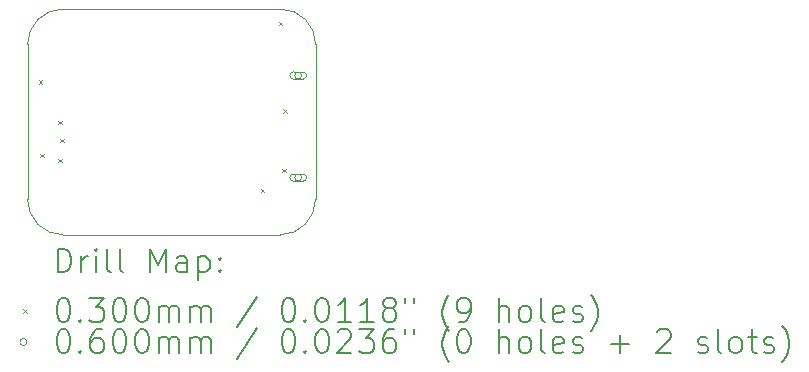
<source format=gbr>
%TF.GenerationSoftware,KiCad,Pcbnew,8.0.3*%
%TF.CreationDate,2025-03-25T09:51:54-05:00*%
%TF.ProjectId,HearingAid_ESP,48656172-696e-4674-9169-645f4553502e,rev?*%
%TF.SameCoordinates,Original*%
%TF.FileFunction,Drillmap*%
%TF.FilePolarity,Positive*%
%FSLAX45Y45*%
G04 Gerber Fmt 4.5, Leading zero omitted, Abs format (unit mm)*
G04 Created by KiCad (PCBNEW 8.0.3) date 2025-03-25 09:51:54*
%MOMM*%
%LPD*%
G01*
G04 APERTURE LIST*
%ADD10C,0.100000*%
%ADD11C,0.200000*%
G04 APERTURE END LIST*
D10*
X6007927Y-1691691D02*
X6007927Y-1691691D01*
G75*
G02*
X6307927Y-1991691I3J-299999D01*
G01*
X6306927Y-3303427D01*
G75*
G02*
X6006927Y-3603427I-300000J0D01*
G01*
X4167393Y-3602893D01*
G75*
G02*
X3868059Y-3303559I-3J299333D01*
G01*
X3868191Y-1991691D01*
G75*
G02*
X4168191Y-1691691I299999J1D01*
G01*
X6007927Y-1691691D01*
D11*
D10*
X3963000Y-2294000D02*
X3993000Y-2324000D01*
X3993000Y-2294000D02*
X3963000Y-2324000D01*
X3976000Y-2918000D02*
X4006000Y-2948000D01*
X4006000Y-2918000D02*
X3976000Y-2948000D01*
X4127000Y-2961000D02*
X4157000Y-2991000D01*
X4157000Y-2961000D02*
X4127000Y-2991000D01*
X4129000Y-2639000D02*
X4159000Y-2669000D01*
X4159000Y-2639000D02*
X4129000Y-2669000D01*
X4143000Y-2790000D02*
X4173000Y-2820000D01*
X4173000Y-2790000D02*
X4143000Y-2820000D01*
X5841000Y-3212000D02*
X5871000Y-3242000D01*
X5871000Y-3212000D02*
X5841000Y-3242000D01*
X5995073Y-1799926D02*
X6025073Y-1829926D01*
X6025073Y-1799926D02*
X5995073Y-1829926D01*
X6022611Y-3044000D02*
X6052611Y-3074000D01*
X6052611Y-3044000D02*
X6022611Y-3074000D01*
X6035000Y-2542000D02*
X6065000Y-2572000D01*
X6065000Y-2542000D02*
X6035000Y-2572000D01*
X6190000Y-2255000D02*
G75*
G02*
X6130000Y-2255000I-30000J0D01*
G01*
X6130000Y-2255000D02*
G75*
G02*
X6190000Y-2255000I30000J0D01*
G01*
X6120000Y-2285000D02*
X6200000Y-2285000D01*
X6200000Y-2225000D02*
G75*
G02*
X6200000Y-2285000I0J-30000D01*
G01*
X6200000Y-2225000D02*
X6120000Y-2225000D01*
X6120000Y-2225000D02*
G75*
G03*
X6120000Y-2285000I0J-30000D01*
G01*
X6190000Y-3119000D02*
G75*
G02*
X6130000Y-3119000I-30000J0D01*
G01*
X6130000Y-3119000D02*
G75*
G02*
X6190000Y-3119000I30000J0D01*
G01*
X6120000Y-3149000D02*
X6200000Y-3149000D01*
X6200000Y-3089000D02*
G75*
G02*
X6200000Y-3149000I0J-30000D01*
G01*
X6200000Y-3089000D02*
X6120000Y-3089000D01*
X6120000Y-3089000D02*
G75*
G03*
X6120000Y-3149000I0J-30000D01*
G01*
D11*
X4123836Y-3919911D02*
X4123836Y-3719911D01*
X4123836Y-3719911D02*
X4171455Y-3719911D01*
X4171455Y-3719911D02*
X4200026Y-3729435D01*
X4200026Y-3729435D02*
X4219074Y-3748482D01*
X4219074Y-3748482D02*
X4228598Y-3767530D01*
X4228598Y-3767530D02*
X4238121Y-3805625D01*
X4238121Y-3805625D02*
X4238121Y-3834197D01*
X4238121Y-3834197D02*
X4228598Y-3872292D01*
X4228598Y-3872292D02*
X4219074Y-3891339D01*
X4219074Y-3891339D02*
X4200026Y-3910387D01*
X4200026Y-3910387D02*
X4171455Y-3919911D01*
X4171455Y-3919911D02*
X4123836Y-3919911D01*
X4323836Y-3919911D02*
X4323836Y-3786578D01*
X4323836Y-3824673D02*
X4333360Y-3805625D01*
X4333360Y-3805625D02*
X4342883Y-3796101D01*
X4342883Y-3796101D02*
X4361931Y-3786578D01*
X4361931Y-3786578D02*
X4380979Y-3786578D01*
X4447645Y-3919911D02*
X4447645Y-3786578D01*
X4447645Y-3719911D02*
X4438121Y-3729435D01*
X4438121Y-3729435D02*
X4447645Y-3738959D01*
X4447645Y-3738959D02*
X4457169Y-3729435D01*
X4457169Y-3729435D02*
X4447645Y-3719911D01*
X4447645Y-3719911D02*
X4447645Y-3738959D01*
X4571455Y-3919911D02*
X4552407Y-3910387D01*
X4552407Y-3910387D02*
X4542883Y-3891339D01*
X4542883Y-3891339D02*
X4542883Y-3719911D01*
X4676217Y-3919911D02*
X4657169Y-3910387D01*
X4657169Y-3910387D02*
X4647645Y-3891339D01*
X4647645Y-3891339D02*
X4647645Y-3719911D01*
X4904788Y-3919911D02*
X4904788Y-3719911D01*
X4904788Y-3719911D02*
X4971455Y-3862768D01*
X4971455Y-3862768D02*
X5038121Y-3719911D01*
X5038121Y-3719911D02*
X5038121Y-3919911D01*
X5219074Y-3919911D02*
X5219074Y-3815149D01*
X5219074Y-3815149D02*
X5209550Y-3796101D01*
X5209550Y-3796101D02*
X5190502Y-3786578D01*
X5190502Y-3786578D02*
X5152407Y-3786578D01*
X5152407Y-3786578D02*
X5133360Y-3796101D01*
X5219074Y-3910387D02*
X5200026Y-3919911D01*
X5200026Y-3919911D02*
X5152407Y-3919911D01*
X5152407Y-3919911D02*
X5133360Y-3910387D01*
X5133360Y-3910387D02*
X5123836Y-3891339D01*
X5123836Y-3891339D02*
X5123836Y-3872292D01*
X5123836Y-3872292D02*
X5133360Y-3853244D01*
X5133360Y-3853244D02*
X5152407Y-3843720D01*
X5152407Y-3843720D02*
X5200026Y-3843720D01*
X5200026Y-3843720D02*
X5219074Y-3834197D01*
X5314312Y-3786578D02*
X5314312Y-3986578D01*
X5314312Y-3796101D02*
X5333360Y-3786578D01*
X5333360Y-3786578D02*
X5371455Y-3786578D01*
X5371455Y-3786578D02*
X5390502Y-3796101D01*
X5390502Y-3796101D02*
X5400026Y-3805625D01*
X5400026Y-3805625D02*
X5409550Y-3824673D01*
X5409550Y-3824673D02*
X5409550Y-3881816D01*
X5409550Y-3881816D02*
X5400026Y-3900863D01*
X5400026Y-3900863D02*
X5390502Y-3910387D01*
X5390502Y-3910387D02*
X5371455Y-3919911D01*
X5371455Y-3919911D02*
X5333360Y-3919911D01*
X5333360Y-3919911D02*
X5314312Y-3910387D01*
X5495264Y-3900863D02*
X5504788Y-3910387D01*
X5504788Y-3910387D02*
X5495264Y-3919911D01*
X5495264Y-3919911D02*
X5485741Y-3910387D01*
X5485741Y-3910387D02*
X5495264Y-3900863D01*
X5495264Y-3900863D02*
X5495264Y-3919911D01*
X5495264Y-3796101D02*
X5504788Y-3805625D01*
X5504788Y-3805625D02*
X5495264Y-3815149D01*
X5495264Y-3815149D02*
X5485741Y-3805625D01*
X5485741Y-3805625D02*
X5495264Y-3796101D01*
X5495264Y-3796101D02*
X5495264Y-3815149D01*
D10*
X3833059Y-4233427D02*
X3863059Y-4263427D01*
X3863059Y-4233427D02*
X3833059Y-4263427D01*
D11*
X4161931Y-4139911D02*
X4180979Y-4139911D01*
X4180979Y-4139911D02*
X4200026Y-4149435D01*
X4200026Y-4149435D02*
X4209550Y-4158959D01*
X4209550Y-4158959D02*
X4219074Y-4178006D01*
X4219074Y-4178006D02*
X4228598Y-4216101D01*
X4228598Y-4216101D02*
X4228598Y-4263721D01*
X4228598Y-4263721D02*
X4219074Y-4301816D01*
X4219074Y-4301816D02*
X4209550Y-4320863D01*
X4209550Y-4320863D02*
X4200026Y-4330387D01*
X4200026Y-4330387D02*
X4180979Y-4339911D01*
X4180979Y-4339911D02*
X4161931Y-4339911D01*
X4161931Y-4339911D02*
X4142883Y-4330387D01*
X4142883Y-4330387D02*
X4133359Y-4320863D01*
X4133359Y-4320863D02*
X4123836Y-4301816D01*
X4123836Y-4301816D02*
X4114312Y-4263721D01*
X4114312Y-4263721D02*
X4114312Y-4216101D01*
X4114312Y-4216101D02*
X4123836Y-4178006D01*
X4123836Y-4178006D02*
X4133359Y-4158959D01*
X4133359Y-4158959D02*
X4142883Y-4149435D01*
X4142883Y-4149435D02*
X4161931Y-4139911D01*
X4314312Y-4320863D02*
X4323836Y-4330387D01*
X4323836Y-4330387D02*
X4314312Y-4339911D01*
X4314312Y-4339911D02*
X4304788Y-4330387D01*
X4304788Y-4330387D02*
X4314312Y-4320863D01*
X4314312Y-4320863D02*
X4314312Y-4339911D01*
X4390502Y-4139911D02*
X4514312Y-4139911D01*
X4514312Y-4139911D02*
X4447645Y-4216101D01*
X4447645Y-4216101D02*
X4476217Y-4216101D01*
X4476217Y-4216101D02*
X4495264Y-4225625D01*
X4495264Y-4225625D02*
X4504788Y-4235149D01*
X4504788Y-4235149D02*
X4514312Y-4254197D01*
X4514312Y-4254197D02*
X4514312Y-4301816D01*
X4514312Y-4301816D02*
X4504788Y-4320863D01*
X4504788Y-4320863D02*
X4495264Y-4330387D01*
X4495264Y-4330387D02*
X4476217Y-4339911D01*
X4476217Y-4339911D02*
X4419074Y-4339911D01*
X4419074Y-4339911D02*
X4400026Y-4330387D01*
X4400026Y-4330387D02*
X4390502Y-4320863D01*
X4638121Y-4139911D02*
X4657169Y-4139911D01*
X4657169Y-4139911D02*
X4676217Y-4149435D01*
X4676217Y-4149435D02*
X4685741Y-4158959D01*
X4685741Y-4158959D02*
X4695264Y-4178006D01*
X4695264Y-4178006D02*
X4704788Y-4216101D01*
X4704788Y-4216101D02*
X4704788Y-4263721D01*
X4704788Y-4263721D02*
X4695264Y-4301816D01*
X4695264Y-4301816D02*
X4685741Y-4320863D01*
X4685741Y-4320863D02*
X4676217Y-4330387D01*
X4676217Y-4330387D02*
X4657169Y-4339911D01*
X4657169Y-4339911D02*
X4638121Y-4339911D01*
X4638121Y-4339911D02*
X4619074Y-4330387D01*
X4619074Y-4330387D02*
X4609550Y-4320863D01*
X4609550Y-4320863D02*
X4600026Y-4301816D01*
X4600026Y-4301816D02*
X4590502Y-4263721D01*
X4590502Y-4263721D02*
X4590502Y-4216101D01*
X4590502Y-4216101D02*
X4600026Y-4178006D01*
X4600026Y-4178006D02*
X4609550Y-4158959D01*
X4609550Y-4158959D02*
X4619074Y-4149435D01*
X4619074Y-4149435D02*
X4638121Y-4139911D01*
X4828598Y-4139911D02*
X4847645Y-4139911D01*
X4847645Y-4139911D02*
X4866693Y-4149435D01*
X4866693Y-4149435D02*
X4876217Y-4158959D01*
X4876217Y-4158959D02*
X4885741Y-4178006D01*
X4885741Y-4178006D02*
X4895264Y-4216101D01*
X4895264Y-4216101D02*
X4895264Y-4263721D01*
X4895264Y-4263721D02*
X4885741Y-4301816D01*
X4885741Y-4301816D02*
X4876217Y-4320863D01*
X4876217Y-4320863D02*
X4866693Y-4330387D01*
X4866693Y-4330387D02*
X4847645Y-4339911D01*
X4847645Y-4339911D02*
X4828598Y-4339911D01*
X4828598Y-4339911D02*
X4809550Y-4330387D01*
X4809550Y-4330387D02*
X4800026Y-4320863D01*
X4800026Y-4320863D02*
X4790502Y-4301816D01*
X4790502Y-4301816D02*
X4780979Y-4263721D01*
X4780979Y-4263721D02*
X4780979Y-4216101D01*
X4780979Y-4216101D02*
X4790502Y-4178006D01*
X4790502Y-4178006D02*
X4800026Y-4158959D01*
X4800026Y-4158959D02*
X4809550Y-4149435D01*
X4809550Y-4149435D02*
X4828598Y-4139911D01*
X4980979Y-4339911D02*
X4980979Y-4206578D01*
X4980979Y-4225625D02*
X4990502Y-4216101D01*
X4990502Y-4216101D02*
X5009550Y-4206578D01*
X5009550Y-4206578D02*
X5038122Y-4206578D01*
X5038122Y-4206578D02*
X5057169Y-4216101D01*
X5057169Y-4216101D02*
X5066693Y-4235149D01*
X5066693Y-4235149D02*
X5066693Y-4339911D01*
X5066693Y-4235149D02*
X5076217Y-4216101D01*
X5076217Y-4216101D02*
X5095264Y-4206578D01*
X5095264Y-4206578D02*
X5123836Y-4206578D01*
X5123836Y-4206578D02*
X5142883Y-4216101D01*
X5142883Y-4216101D02*
X5152407Y-4235149D01*
X5152407Y-4235149D02*
X5152407Y-4339911D01*
X5247645Y-4339911D02*
X5247645Y-4206578D01*
X5247645Y-4225625D02*
X5257169Y-4216101D01*
X5257169Y-4216101D02*
X5276217Y-4206578D01*
X5276217Y-4206578D02*
X5304788Y-4206578D01*
X5304788Y-4206578D02*
X5323836Y-4216101D01*
X5323836Y-4216101D02*
X5333360Y-4235149D01*
X5333360Y-4235149D02*
X5333360Y-4339911D01*
X5333360Y-4235149D02*
X5342883Y-4216101D01*
X5342883Y-4216101D02*
X5361931Y-4206578D01*
X5361931Y-4206578D02*
X5390502Y-4206578D01*
X5390502Y-4206578D02*
X5409550Y-4216101D01*
X5409550Y-4216101D02*
X5419074Y-4235149D01*
X5419074Y-4235149D02*
X5419074Y-4339911D01*
X5809550Y-4130387D02*
X5638122Y-4387530D01*
X6066693Y-4139911D02*
X6085741Y-4139911D01*
X6085741Y-4139911D02*
X6104788Y-4149435D01*
X6104788Y-4149435D02*
X6114312Y-4158959D01*
X6114312Y-4158959D02*
X6123836Y-4178006D01*
X6123836Y-4178006D02*
X6133360Y-4216101D01*
X6133360Y-4216101D02*
X6133360Y-4263721D01*
X6133360Y-4263721D02*
X6123836Y-4301816D01*
X6123836Y-4301816D02*
X6114312Y-4320863D01*
X6114312Y-4320863D02*
X6104788Y-4330387D01*
X6104788Y-4330387D02*
X6085741Y-4339911D01*
X6085741Y-4339911D02*
X6066693Y-4339911D01*
X6066693Y-4339911D02*
X6047645Y-4330387D01*
X6047645Y-4330387D02*
X6038122Y-4320863D01*
X6038122Y-4320863D02*
X6028598Y-4301816D01*
X6028598Y-4301816D02*
X6019074Y-4263721D01*
X6019074Y-4263721D02*
X6019074Y-4216101D01*
X6019074Y-4216101D02*
X6028598Y-4178006D01*
X6028598Y-4178006D02*
X6038122Y-4158959D01*
X6038122Y-4158959D02*
X6047645Y-4149435D01*
X6047645Y-4149435D02*
X6066693Y-4139911D01*
X6219074Y-4320863D02*
X6228598Y-4330387D01*
X6228598Y-4330387D02*
X6219074Y-4339911D01*
X6219074Y-4339911D02*
X6209550Y-4330387D01*
X6209550Y-4330387D02*
X6219074Y-4320863D01*
X6219074Y-4320863D02*
X6219074Y-4339911D01*
X6352407Y-4139911D02*
X6371455Y-4139911D01*
X6371455Y-4139911D02*
X6390503Y-4149435D01*
X6390503Y-4149435D02*
X6400026Y-4158959D01*
X6400026Y-4158959D02*
X6409550Y-4178006D01*
X6409550Y-4178006D02*
X6419074Y-4216101D01*
X6419074Y-4216101D02*
X6419074Y-4263721D01*
X6419074Y-4263721D02*
X6409550Y-4301816D01*
X6409550Y-4301816D02*
X6400026Y-4320863D01*
X6400026Y-4320863D02*
X6390503Y-4330387D01*
X6390503Y-4330387D02*
X6371455Y-4339911D01*
X6371455Y-4339911D02*
X6352407Y-4339911D01*
X6352407Y-4339911D02*
X6333360Y-4330387D01*
X6333360Y-4330387D02*
X6323836Y-4320863D01*
X6323836Y-4320863D02*
X6314312Y-4301816D01*
X6314312Y-4301816D02*
X6304788Y-4263721D01*
X6304788Y-4263721D02*
X6304788Y-4216101D01*
X6304788Y-4216101D02*
X6314312Y-4178006D01*
X6314312Y-4178006D02*
X6323836Y-4158959D01*
X6323836Y-4158959D02*
X6333360Y-4149435D01*
X6333360Y-4149435D02*
X6352407Y-4139911D01*
X6609550Y-4339911D02*
X6495264Y-4339911D01*
X6552407Y-4339911D02*
X6552407Y-4139911D01*
X6552407Y-4139911D02*
X6533360Y-4168482D01*
X6533360Y-4168482D02*
X6514312Y-4187530D01*
X6514312Y-4187530D02*
X6495264Y-4197054D01*
X6800026Y-4339911D02*
X6685741Y-4339911D01*
X6742883Y-4339911D02*
X6742883Y-4139911D01*
X6742883Y-4139911D02*
X6723836Y-4168482D01*
X6723836Y-4168482D02*
X6704788Y-4187530D01*
X6704788Y-4187530D02*
X6685741Y-4197054D01*
X6914312Y-4225625D02*
X6895264Y-4216101D01*
X6895264Y-4216101D02*
X6885741Y-4206578D01*
X6885741Y-4206578D02*
X6876217Y-4187530D01*
X6876217Y-4187530D02*
X6876217Y-4178006D01*
X6876217Y-4178006D02*
X6885741Y-4158959D01*
X6885741Y-4158959D02*
X6895264Y-4149435D01*
X6895264Y-4149435D02*
X6914312Y-4139911D01*
X6914312Y-4139911D02*
X6952407Y-4139911D01*
X6952407Y-4139911D02*
X6971455Y-4149435D01*
X6971455Y-4149435D02*
X6980979Y-4158959D01*
X6980979Y-4158959D02*
X6990503Y-4178006D01*
X6990503Y-4178006D02*
X6990503Y-4187530D01*
X6990503Y-4187530D02*
X6980979Y-4206578D01*
X6980979Y-4206578D02*
X6971455Y-4216101D01*
X6971455Y-4216101D02*
X6952407Y-4225625D01*
X6952407Y-4225625D02*
X6914312Y-4225625D01*
X6914312Y-4225625D02*
X6895264Y-4235149D01*
X6895264Y-4235149D02*
X6885741Y-4244673D01*
X6885741Y-4244673D02*
X6876217Y-4263721D01*
X6876217Y-4263721D02*
X6876217Y-4301816D01*
X6876217Y-4301816D02*
X6885741Y-4320863D01*
X6885741Y-4320863D02*
X6895264Y-4330387D01*
X6895264Y-4330387D02*
X6914312Y-4339911D01*
X6914312Y-4339911D02*
X6952407Y-4339911D01*
X6952407Y-4339911D02*
X6971455Y-4330387D01*
X6971455Y-4330387D02*
X6980979Y-4320863D01*
X6980979Y-4320863D02*
X6990503Y-4301816D01*
X6990503Y-4301816D02*
X6990503Y-4263721D01*
X6990503Y-4263721D02*
X6980979Y-4244673D01*
X6980979Y-4244673D02*
X6971455Y-4235149D01*
X6971455Y-4235149D02*
X6952407Y-4225625D01*
X7066693Y-4139911D02*
X7066693Y-4178006D01*
X7142884Y-4139911D02*
X7142884Y-4178006D01*
X7438122Y-4416101D02*
X7428598Y-4406578D01*
X7428598Y-4406578D02*
X7409550Y-4378006D01*
X7409550Y-4378006D02*
X7400026Y-4358959D01*
X7400026Y-4358959D02*
X7390503Y-4330387D01*
X7390503Y-4330387D02*
X7380979Y-4282768D01*
X7380979Y-4282768D02*
X7380979Y-4244673D01*
X7380979Y-4244673D02*
X7390503Y-4197054D01*
X7390503Y-4197054D02*
X7400026Y-4168482D01*
X7400026Y-4168482D02*
X7409550Y-4149435D01*
X7409550Y-4149435D02*
X7428598Y-4120863D01*
X7428598Y-4120863D02*
X7438122Y-4111339D01*
X7523836Y-4339911D02*
X7561931Y-4339911D01*
X7561931Y-4339911D02*
X7580979Y-4330387D01*
X7580979Y-4330387D02*
X7590503Y-4320863D01*
X7590503Y-4320863D02*
X7609550Y-4292292D01*
X7609550Y-4292292D02*
X7619074Y-4254197D01*
X7619074Y-4254197D02*
X7619074Y-4178006D01*
X7619074Y-4178006D02*
X7609550Y-4158959D01*
X7609550Y-4158959D02*
X7600026Y-4149435D01*
X7600026Y-4149435D02*
X7580979Y-4139911D01*
X7580979Y-4139911D02*
X7542884Y-4139911D01*
X7542884Y-4139911D02*
X7523836Y-4149435D01*
X7523836Y-4149435D02*
X7514312Y-4158959D01*
X7514312Y-4158959D02*
X7504788Y-4178006D01*
X7504788Y-4178006D02*
X7504788Y-4225625D01*
X7504788Y-4225625D02*
X7514312Y-4244673D01*
X7514312Y-4244673D02*
X7523836Y-4254197D01*
X7523836Y-4254197D02*
X7542884Y-4263721D01*
X7542884Y-4263721D02*
X7580979Y-4263721D01*
X7580979Y-4263721D02*
X7600026Y-4254197D01*
X7600026Y-4254197D02*
X7609550Y-4244673D01*
X7609550Y-4244673D02*
X7619074Y-4225625D01*
X7857169Y-4339911D02*
X7857169Y-4139911D01*
X7942884Y-4339911D02*
X7942884Y-4235149D01*
X7942884Y-4235149D02*
X7933360Y-4216101D01*
X7933360Y-4216101D02*
X7914312Y-4206578D01*
X7914312Y-4206578D02*
X7885741Y-4206578D01*
X7885741Y-4206578D02*
X7866693Y-4216101D01*
X7866693Y-4216101D02*
X7857169Y-4225625D01*
X8066693Y-4339911D02*
X8047646Y-4330387D01*
X8047646Y-4330387D02*
X8038122Y-4320863D01*
X8038122Y-4320863D02*
X8028598Y-4301816D01*
X8028598Y-4301816D02*
X8028598Y-4244673D01*
X8028598Y-4244673D02*
X8038122Y-4225625D01*
X8038122Y-4225625D02*
X8047646Y-4216101D01*
X8047646Y-4216101D02*
X8066693Y-4206578D01*
X8066693Y-4206578D02*
X8095265Y-4206578D01*
X8095265Y-4206578D02*
X8114312Y-4216101D01*
X8114312Y-4216101D02*
X8123836Y-4225625D01*
X8123836Y-4225625D02*
X8133360Y-4244673D01*
X8133360Y-4244673D02*
X8133360Y-4301816D01*
X8133360Y-4301816D02*
X8123836Y-4320863D01*
X8123836Y-4320863D02*
X8114312Y-4330387D01*
X8114312Y-4330387D02*
X8095265Y-4339911D01*
X8095265Y-4339911D02*
X8066693Y-4339911D01*
X8247646Y-4339911D02*
X8228598Y-4330387D01*
X8228598Y-4330387D02*
X8219074Y-4311340D01*
X8219074Y-4311340D02*
X8219074Y-4139911D01*
X8400027Y-4330387D02*
X8380979Y-4339911D01*
X8380979Y-4339911D02*
X8342884Y-4339911D01*
X8342884Y-4339911D02*
X8323836Y-4330387D01*
X8323836Y-4330387D02*
X8314312Y-4311340D01*
X8314312Y-4311340D02*
X8314312Y-4235149D01*
X8314312Y-4235149D02*
X8323836Y-4216101D01*
X8323836Y-4216101D02*
X8342884Y-4206578D01*
X8342884Y-4206578D02*
X8380979Y-4206578D01*
X8380979Y-4206578D02*
X8400027Y-4216101D01*
X8400027Y-4216101D02*
X8409550Y-4235149D01*
X8409550Y-4235149D02*
X8409550Y-4254197D01*
X8409550Y-4254197D02*
X8314312Y-4273244D01*
X8485741Y-4330387D02*
X8504789Y-4339911D01*
X8504789Y-4339911D02*
X8542884Y-4339911D01*
X8542884Y-4339911D02*
X8561931Y-4330387D01*
X8561931Y-4330387D02*
X8571455Y-4311340D01*
X8571455Y-4311340D02*
X8571455Y-4301816D01*
X8571455Y-4301816D02*
X8561931Y-4282768D01*
X8561931Y-4282768D02*
X8542884Y-4273244D01*
X8542884Y-4273244D02*
X8514312Y-4273244D01*
X8514312Y-4273244D02*
X8495265Y-4263721D01*
X8495265Y-4263721D02*
X8485741Y-4244673D01*
X8485741Y-4244673D02*
X8485741Y-4235149D01*
X8485741Y-4235149D02*
X8495265Y-4216101D01*
X8495265Y-4216101D02*
X8514312Y-4206578D01*
X8514312Y-4206578D02*
X8542884Y-4206578D01*
X8542884Y-4206578D02*
X8561931Y-4216101D01*
X8638122Y-4416101D02*
X8647646Y-4406578D01*
X8647646Y-4406578D02*
X8666693Y-4378006D01*
X8666693Y-4378006D02*
X8676217Y-4358959D01*
X8676217Y-4358959D02*
X8685741Y-4330387D01*
X8685741Y-4330387D02*
X8695265Y-4282768D01*
X8695265Y-4282768D02*
X8695265Y-4244673D01*
X8695265Y-4244673D02*
X8685741Y-4197054D01*
X8685741Y-4197054D02*
X8676217Y-4168482D01*
X8676217Y-4168482D02*
X8666693Y-4149435D01*
X8666693Y-4149435D02*
X8647646Y-4120863D01*
X8647646Y-4120863D02*
X8638122Y-4111339D01*
D10*
X3863059Y-4512427D02*
G75*
G02*
X3803059Y-4512427I-30000J0D01*
G01*
X3803059Y-4512427D02*
G75*
G02*
X3863059Y-4512427I30000J0D01*
G01*
D11*
X4161931Y-4403911D02*
X4180979Y-4403911D01*
X4180979Y-4403911D02*
X4200026Y-4413435D01*
X4200026Y-4413435D02*
X4209550Y-4422959D01*
X4209550Y-4422959D02*
X4219074Y-4442006D01*
X4219074Y-4442006D02*
X4228598Y-4480101D01*
X4228598Y-4480101D02*
X4228598Y-4527721D01*
X4228598Y-4527721D02*
X4219074Y-4565816D01*
X4219074Y-4565816D02*
X4209550Y-4584863D01*
X4209550Y-4584863D02*
X4200026Y-4594387D01*
X4200026Y-4594387D02*
X4180979Y-4603911D01*
X4180979Y-4603911D02*
X4161931Y-4603911D01*
X4161931Y-4603911D02*
X4142883Y-4594387D01*
X4142883Y-4594387D02*
X4133359Y-4584863D01*
X4133359Y-4584863D02*
X4123836Y-4565816D01*
X4123836Y-4565816D02*
X4114312Y-4527721D01*
X4114312Y-4527721D02*
X4114312Y-4480101D01*
X4114312Y-4480101D02*
X4123836Y-4442006D01*
X4123836Y-4442006D02*
X4133359Y-4422959D01*
X4133359Y-4422959D02*
X4142883Y-4413435D01*
X4142883Y-4413435D02*
X4161931Y-4403911D01*
X4314312Y-4584863D02*
X4323836Y-4594387D01*
X4323836Y-4594387D02*
X4314312Y-4603911D01*
X4314312Y-4603911D02*
X4304788Y-4594387D01*
X4304788Y-4594387D02*
X4314312Y-4584863D01*
X4314312Y-4584863D02*
X4314312Y-4603911D01*
X4495264Y-4403911D02*
X4457169Y-4403911D01*
X4457169Y-4403911D02*
X4438121Y-4413435D01*
X4438121Y-4413435D02*
X4428598Y-4422959D01*
X4428598Y-4422959D02*
X4409550Y-4451530D01*
X4409550Y-4451530D02*
X4400026Y-4489625D01*
X4400026Y-4489625D02*
X4400026Y-4565816D01*
X4400026Y-4565816D02*
X4409550Y-4584863D01*
X4409550Y-4584863D02*
X4419074Y-4594387D01*
X4419074Y-4594387D02*
X4438121Y-4603911D01*
X4438121Y-4603911D02*
X4476217Y-4603911D01*
X4476217Y-4603911D02*
X4495264Y-4594387D01*
X4495264Y-4594387D02*
X4504788Y-4584863D01*
X4504788Y-4584863D02*
X4514312Y-4565816D01*
X4514312Y-4565816D02*
X4514312Y-4518197D01*
X4514312Y-4518197D02*
X4504788Y-4499149D01*
X4504788Y-4499149D02*
X4495264Y-4489625D01*
X4495264Y-4489625D02*
X4476217Y-4480101D01*
X4476217Y-4480101D02*
X4438121Y-4480101D01*
X4438121Y-4480101D02*
X4419074Y-4489625D01*
X4419074Y-4489625D02*
X4409550Y-4499149D01*
X4409550Y-4499149D02*
X4400026Y-4518197D01*
X4638121Y-4403911D02*
X4657169Y-4403911D01*
X4657169Y-4403911D02*
X4676217Y-4413435D01*
X4676217Y-4413435D02*
X4685741Y-4422959D01*
X4685741Y-4422959D02*
X4695264Y-4442006D01*
X4695264Y-4442006D02*
X4704788Y-4480101D01*
X4704788Y-4480101D02*
X4704788Y-4527721D01*
X4704788Y-4527721D02*
X4695264Y-4565816D01*
X4695264Y-4565816D02*
X4685741Y-4584863D01*
X4685741Y-4584863D02*
X4676217Y-4594387D01*
X4676217Y-4594387D02*
X4657169Y-4603911D01*
X4657169Y-4603911D02*
X4638121Y-4603911D01*
X4638121Y-4603911D02*
X4619074Y-4594387D01*
X4619074Y-4594387D02*
X4609550Y-4584863D01*
X4609550Y-4584863D02*
X4600026Y-4565816D01*
X4600026Y-4565816D02*
X4590502Y-4527721D01*
X4590502Y-4527721D02*
X4590502Y-4480101D01*
X4590502Y-4480101D02*
X4600026Y-4442006D01*
X4600026Y-4442006D02*
X4609550Y-4422959D01*
X4609550Y-4422959D02*
X4619074Y-4413435D01*
X4619074Y-4413435D02*
X4638121Y-4403911D01*
X4828598Y-4403911D02*
X4847645Y-4403911D01*
X4847645Y-4403911D02*
X4866693Y-4413435D01*
X4866693Y-4413435D02*
X4876217Y-4422959D01*
X4876217Y-4422959D02*
X4885741Y-4442006D01*
X4885741Y-4442006D02*
X4895264Y-4480101D01*
X4895264Y-4480101D02*
X4895264Y-4527721D01*
X4895264Y-4527721D02*
X4885741Y-4565816D01*
X4885741Y-4565816D02*
X4876217Y-4584863D01*
X4876217Y-4584863D02*
X4866693Y-4594387D01*
X4866693Y-4594387D02*
X4847645Y-4603911D01*
X4847645Y-4603911D02*
X4828598Y-4603911D01*
X4828598Y-4603911D02*
X4809550Y-4594387D01*
X4809550Y-4594387D02*
X4800026Y-4584863D01*
X4800026Y-4584863D02*
X4790502Y-4565816D01*
X4790502Y-4565816D02*
X4780979Y-4527721D01*
X4780979Y-4527721D02*
X4780979Y-4480101D01*
X4780979Y-4480101D02*
X4790502Y-4442006D01*
X4790502Y-4442006D02*
X4800026Y-4422959D01*
X4800026Y-4422959D02*
X4809550Y-4413435D01*
X4809550Y-4413435D02*
X4828598Y-4403911D01*
X4980979Y-4603911D02*
X4980979Y-4470578D01*
X4980979Y-4489625D02*
X4990502Y-4480101D01*
X4990502Y-4480101D02*
X5009550Y-4470578D01*
X5009550Y-4470578D02*
X5038122Y-4470578D01*
X5038122Y-4470578D02*
X5057169Y-4480101D01*
X5057169Y-4480101D02*
X5066693Y-4499149D01*
X5066693Y-4499149D02*
X5066693Y-4603911D01*
X5066693Y-4499149D02*
X5076217Y-4480101D01*
X5076217Y-4480101D02*
X5095264Y-4470578D01*
X5095264Y-4470578D02*
X5123836Y-4470578D01*
X5123836Y-4470578D02*
X5142883Y-4480101D01*
X5142883Y-4480101D02*
X5152407Y-4499149D01*
X5152407Y-4499149D02*
X5152407Y-4603911D01*
X5247645Y-4603911D02*
X5247645Y-4470578D01*
X5247645Y-4489625D02*
X5257169Y-4480101D01*
X5257169Y-4480101D02*
X5276217Y-4470578D01*
X5276217Y-4470578D02*
X5304788Y-4470578D01*
X5304788Y-4470578D02*
X5323836Y-4480101D01*
X5323836Y-4480101D02*
X5333360Y-4499149D01*
X5333360Y-4499149D02*
X5333360Y-4603911D01*
X5333360Y-4499149D02*
X5342883Y-4480101D01*
X5342883Y-4480101D02*
X5361931Y-4470578D01*
X5361931Y-4470578D02*
X5390502Y-4470578D01*
X5390502Y-4470578D02*
X5409550Y-4480101D01*
X5409550Y-4480101D02*
X5419074Y-4499149D01*
X5419074Y-4499149D02*
X5419074Y-4603911D01*
X5809550Y-4394387D02*
X5638122Y-4651530D01*
X6066693Y-4403911D02*
X6085741Y-4403911D01*
X6085741Y-4403911D02*
X6104788Y-4413435D01*
X6104788Y-4413435D02*
X6114312Y-4422959D01*
X6114312Y-4422959D02*
X6123836Y-4442006D01*
X6123836Y-4442006D02*
X6133360Y-4480101D01*
X6133360Y-4480101D02*
X6133360Y-4527721D01*
X6133360Y-4527721D02*
X6123836Y-4565816D01*
X6123836Y-4565816D02*
X6114312Y-4584863D01*
X6114312Y-4584863D02*
X6104788Y-4594387D01*
X6104788Y-4594387D02*
X6085741Y-4603911D01*
X6085741Y-4603911D02*
X6066693Y-4603911D01*
X6066693Y-4603911D02*
X6047645Y-4594387D01*
X6047645Y-4594387D02*
X6038122Y-4584863D01*
X6038122Y-4584863D02*
X6028598Y-4565816D01*
X6028598Y-4565816D02*
X6019074Y-4527721D01*
X6019074Y-4527721D02*
X6019074Y-4480101D01*
X6019074Y-4480101D02*
X6028598Y-4442006D01*
X6028598Y-4442006D02*
X6038122Y-4422959D01*
X6038122Y-4422959D02*
X6047645Y-4413435D01*
X6047645Y-4413435D02*
X6066693Y-4403911D01*
X6219074Y-4584863D02*
X6228598Y-4594387D01*
X6228598Y-4594387D02*
X6219074Y-4603911D01*
X6219074Y-4603911D02*
X6209550Y-4594387D01*
X6209550Y-4594387D02*
X6219074Y-4584863D01*
X6219074Y-4584863D02*
X6219074Y-4603911D01*
X6352407Y-4403911D02*
X6371455Y-4403911D01*
X6371455Y-4403911D02*
X6390503Y-4413435D01*
X6390503Y-4413435D02*
X6400026Y-4422959D01*
X6400026Y-4422959D02*
X6409550Y-4442006D01*
X6409550Y-4442006D02*
X6419074Y-4480101D01*
X6419074Y-4480101D02*
X6419074Y-4527721D01*
X6419074Y-4527721D02*
X6409550Y-4565816D01*
X6409550Y-4565816D02*
X6400026Y-4584863D01*
X6400026Y-4584863D02*
X6390503Y-4594387D01*
X6390503Y-4594387D02*
X6371455Y-4603911D01*
X6371455Y-4603911D02*
X6352407Y-4603911D01*
X6352407Y-4603911D02*
X6333360Y-4594387D01*
X6333360Y-4594387D02*
X6323836Y-4584863D01*
X6323836Y-4584863D02*
X6314312Y-4565816D01*
X6314312Y-4565816D02*
X6304788Y-4527721D01*
X6304788Y-4527721D02*
X6304788Y-4480101D01*
X6304788Y-4480101D02*
X6314312Y-4442006D01*
X6314312Y-4442006D02*
X6323836Y-4422959D01*
X6323836Y-4422959D02*
X6333360Y-4413435D01*
X6333360Y-4413435D02*
X6352407Y-4403911D01*
X6495264Y-4422959D02*
X6504788Y-4413435D01*
X6504788Y-4413435D02*
X6523836Y-4403911D01*
X6523836Y-4403911D02*
X6571455Y-4403911D01*
X6571455Y-4403911D02*
X6590503Y-4413435D01*
X6590503Y-4413435D02*
X6600026Y-4422959D01*
X6600026Y-4422959D02*
X6609550Y-4442006D01*
X6609550Y-4442006D02*
X6609550Y-4461054D01*
X6609550Y-4461054D02*
X6600026Y-4489625D01*
X6600026Y-4489625D02*
X6485741Y-4603911D01*
X6485741Y-4603911D02*
X6609550Y-4603911D01*
X6676217Y-4403911D02*
X6800026Y-4403911D01*
X6800026Y-4403911D02*
X6733360Y-4480101D01*
X6733360Y-4480101D02*
X6761931Y-4480101D01*
X6761931Y-4480101D02*
X6780979Y-4489625D01*
X6780979Y-4489625D02*
X6790503Y-4499149D01*
X6790503Y-4499149D02*
X6800026Y-4518197D01*
X6800026Y-4518197D02*
X6800026Y-4565816D01*
X6800026Y-4565816D02*
X6790503Y-4584863D01*
X6790503Y-4584863D02*
X6780979Y-4594387D01*
X6780979Y-4594387D02*
X6761931Y-4603911D01*
X6761931Y-4603911D02*
X6704788Y-4603911D01*
X6704788Y-4603911D02*
X6685741Y-4594387D01*
X6685741Y-4594387D02*
X6676217Y-4584863D01*
X6971455Y-4403911D02*
X6933360Y-4403911D01*
X6933360Y-4403911D02*
X6914312Y-4413435D01*
X6914312Y-4413435D02*
X6904788Y-4422959D01*
X6904788Y-4422959D02*
X6885741Y-4451530D01*
X6885741Y-4451530D02*
X6876217Y-4489625D01*
X6876217Y-4489625D02*
X6876217Y-4565816D01*
X6876217Y-4565816D02*
X6885741Y-4584863D01*
X6885741Y-4584863D02*
X6895264Y-4594387D01*
X6895264Y-4594387D02*
X6914312Y-4603911D01*
X6914312Y-4603911D02*
X6952407Y-4603911D01*
X6952407Y-4603911D02*
X6971455Y-4594387D01*
X6971455Y-4594387D02*
X6980979Y-4584863D01*
X6980979Y-4584863D02*
X6990503Y-4565816D01*
X6990503Y-4565816D02*
X6990503Y-4518197D01*
X6990503Y-4518197D02*
X6980979Y-4499149D01*
X6980979Y-4499149D02*
X6971455Y-4489625D01*
X6971455Y-4489625D02*
X6952407Y-4480101D01*
X6952407Y-4480101D02*
X6914312Y-4480101D01*
X6914312Y-4480101D02*
X6895264Y-4489625D01*
X6895264Y-4489625D02*
X6885741Y-4499149D01*
X6885741Y-4499149D02*
X6876217Y-4518197D01*
X7066693Y-4403911D02*
X7066693Y-4442006D01*
X7142884Y-4403911D02*
X7142884Y-4442006D01*
X7438122Y-4680101D02*
X7428598Y-4670578D01*
X7428598Y-4670578D02*
X7409550Y-4642006D01*
X7409550Y-4642006D02*
X7400026Y-4622959D01*
X7400026Y-4622959D02*
X7390503Y-4594387D01*
X7390503Y-4594387D02*
X7380979Y-4546768D01*
X7380979Y-4546768D02*
X7380979Y-4508673D01*
X7380979Y-4508673D02*
X7390503Y-4461054D01*
X7390503Y-4461054D02*
X7400026Y-4432482D01*
X7400026Y-4432482D02*
X7409550Y-4413435D01*
X7409550Y-4413435D02*
X7428598Y-4384863D01*
X7428598Y-4384863D02*
X7438122Y-4375340D01*
X7552407Y-4403911D02*
X7571455Y-4403911D01*
X7571455Y-4403911D02*
X7590503Y-4413435D01*
X7590503Y-4413435D02*
X7600026Y-4422959D01*
X7600026Y-4422959D02*
X7609550Y-4442006D01*
X7609550Y-4442006D02*
X7619074Y-4480101D01*
X7619074Y-4480101D02*
X7619074Y-4527721D01*
X7619074Y-4527721D02*
X7609550Y-4565816D01*
X7609550Y-4565816D02*
X7600026Y-4584863D01*
X7600026Y-4584863D02*
X7590503Y-4594387D01*
X7590503Y-4594387D02*
X7571455Y-4603911D01*
X7571455Y-4603911D02*
X7552407Y-4603911D01*
X7552407Y-4603911D02*
X7533360Y-4594387D01*
X7533360Y-4594387D02*
X7523836Y-4584863D01*
X7523836Y-4584863D02*
X7514312Y-4565816D01*
X7514312Y-4565816D02*
X7504788Y-4527721D01*
X7504788Y-4527721D02*
X7504788Y-4480101D01*
X7504788Y-4480101D02*
X7514312Y-4442006D01*
X7514312Y-4442006D02*
X7523836Y-4422959D01*
X7523836Y-4422959D02*
X7533360Y-4413435D01*
X7533360Y-4413435D02*
X7552407Y-4403911D01*
X7857169Y-4603911D02*
X7857169Y-4403911D01*
X7942884Y-4603911D02*
X7942884Y-4499149D01*
X7942884Y-4499149D02*
X7933360Y-4480101D01*
X7933360Y-4480101D02*
X7914312Y-4470578D01*
X7914312Y-4470578D02*
X7885741Y-4470578D01*
X7885741Y-4470578D02*
X7866693Y-4480101D01*
X7866693Y-4480101D02*
X7857169Y-4489625D01*
X8066693Y-4603911D02*
X8047646Y-4594387D01*
X8047646Y-4594387D02*
X8038122Y-4584863D01*
X8038122Y-4584863D02*
X8028598Y-4565816D01*
X8028598Y-4565816D02*
X8028598Y-4508673D01*
X8028598Y-4508673D02*
X8038122Y-4489625D01*
X8038122Y-4489625D02*
X8047646Y-4480101D01*
X8047646Y-4480101D02*
X8066693Y-4470578D01*
X8066693Y-4470578D02*
X8095265Y-4470578D01*
X8095265Y-4470578D02*
X8114312Y-4480101D01*
X8114312Y-4480101D02*
X8123836Y-4489625D01*
X8123836Y-4489625D02*
X8133360Y-4508673D01*
X8133360Y-4508673D02*
X8133360Y-4565816D01*
X8133360Y-4565816D02*
X8123836Y-4584863D01*
X8123836Y-4584863D02*
X8114312Y-4594387D01*
X8114312Y-4594387D02*
X8095265Y-4603911D01*
X8095265Y-4603911D02*
X8066693Y-4603911D01*
X8247646Y-4603911D02*
X8228598Y-4594387D01*
X8228598Y-4594387D02*
X8219074Y-4575340D01*
X8219074Y-4575340D02*
X8219074Y-4403911D01*
X8400027Y-4594387D02*
X8380979Y-4603911D01*
X8380979Y-4603911D02*
X8342884Y-4603911D01*
X8342884Y-4603911D02*
X8323836Y-4594387D01*
X8323836Y-4594387D02*
X8314312Y-4575340D01*
X8314312Y-4575340D02*
X8314312Y-4499149D01*
X8314312Y-4499149D02*
X8323836Y-4480101D01*
X8323836Y-4480101D02*
X8342884Y-4470578D01*
X8342884Y-4470578D02*
X8380979Y-4470578D01*
X8380979Y-4470578D02*
X8400027Y-4480101D01*
X8400027Y-4480101D02*
X8409550Y-4499149D01*
X8409550Y-4499149D02*
X8409550Y-4518197D01*
X8409550Y-4518197D02*
X8314312Y-4537244D01*
X8485741Y-4594387D02*
X8504789Y-4603911D01*
X8504789Y-4603911D02*
X8542884Y-4603911D01*
X8542884Y-4603911D02*
X8561931Y-4594387D01*
X8561931Y-4594387D02*
X8571455Y-4575340D01*
X8571455Y-4575340D02*
X8571455Y-4565816D01*
X8571455Y-4565816D02*
X8561931Y-4546768D01*
X8561931Y-4546768D02*
X8542884Y-4537244D01*
X8542884Y-4537244D02*
X8514312Y-4537244D01*
X8514312Y-4537244D02*
X8495265Y-4527721D01*
X8495265Y-4527721D02*
X8485741Y-4508673D01*
X8485741Y-4508673D02*
X8485741Y-4499149D01*
X8485741Y-4499149D02*
X8495265Y-4480101D01*
X8495265Y-4480101D02*
X8514312Y-4470578D01*
X8514312Y-4470578D02*
X8542884Y-4470578D01*
X8542884Y-4470578D02*
X8561931Y-4480101D01*
X8809551Y-4527721D02*
X8961932Y-4527721D01*
X8885741Y-4603911D02*
X8885741Y-4451530D01*
X9200027Y-4422959D02*
X9209551Y-4413435D01*
X9209551Y-4413435D02*
X9228598Y-4403911D01*
X9228598Y-4403911D02*
X9276217Y-4403911D01*
X9276217Y-4403911D02*
X9295265Y-4413435D01*
X9295265Y-4413435D02*
X9304789Y-4422959D01*
X9304789Y-4422959D02*
X9314312Y-4442006D01*
X9314312Y-4442006D02*
X9314312Y-4461054D01*
X9314312Y-4461054D02*
X9304789Y-4489625D01*
X9304789Y-4489625D02*
X9190503Y-4603911D01*
X9190503Y-4603911D02*
X9314312Y-4603911D01*
X9542884Y-4594387D02*
X9561932Y-4603911D01*
X9561932Y-4603911D02*
X9600027Y-4603911D01*
X9600027Y-4603911D02*
X9619074Y-4594387D01*
X9619074Y-4594387D02*
X9628598Y-4575340D01*
X9628598Y-4575340D02*
X9628598Y-4565816D01*
X9628598Y-4565816D02*
X9619074Y-4546768D01*
X9619074Y-4546768D02*
X9600027Y-4537244D01*
X9600027Y-4537244D02*
X9571455Y-4537244D01*
X9571455Y-4537244D02*
X9552408Y-4527721D01*
X9552408Y-4527721D02*
X9542884Y-4508673D01*
X9542884Y-4508673D02*
X9542884Y-4499149D01*
X9542884Y-4499149D02*
X9552408Y-4480101D01*
X9552408Y-4480101D02*
X9571455Y-4470578D01*
X9571455Y-4470578D02*
X9600027Y-4470578D01*
X9600027Y-4470578D02*
X9619074Y-4480101D01*
X9742884Y-4603911D02*
X9723836Y-4594387D01*
X9723836Y-4594387D02*
X9714313Y-4575340D01*
X9714313Y-4575340D02*
X9714313Y-4403911D01*
X9847646Y-4603911D02*
X9828598Y-4594387D01*
X9828598Y-4594387D02*
X9819074Y-4584863D01*
X9819074Y-4584863D02*
X9809551Y-4565816D01*
X9809551Y-4565816D02*
X9809551Y-4508673D01*
X9809551Y-4508673D02*
X9819074Y-4489625D01*
X9819074Y-4489625D02*
X9828598Y-4480101D01*
X9828598Y-4480101D02*
X9847646Y-4470578D01*
X9847646Y-4470578D02*
X9876217Y-4470578D01*
X9876217Y-4470578D02*
X9895265Y-4480101D01*
X9895265Y-4480101D02*
X9904789Y-4489625D01*
X9904789Y-4489625D02*
X9914313Y-4508673D01*
X9914313Y-4508673D02*
X9914313Y-4565816D01*
X9914313Y-4565816D02*
X9904789Y-4584863D01*
X9904789Y-4584863D02*
X9895265Y-4594387D01*
X9895265Y-4594387D02*
X9876217Y-4603911D01*
X9876217Y-4603911D02*
X9847646Y-4603911D01*
X9971455Y-4470578D02*
X10047646Y-4470578D01*
X10000027Y-4403911D02*
X10000027Y-4575340D01*
X10000027Y-4575340D02*
X10009551Y-4594387D01*
X10009551Y-4594387D02*
X10028598Y-4603911D01*
X10028598Y-4603911D02*
X10047646Y-4603911D01*
X10104789Y-4594387D02*
X10123836Y-4603911D01*
X10123836Y-4603911D02*
X10161932Y-4603911D01*
X10161932Y-4603911D02*
X10180979Y-4594387D01*
X10180979Y-4594387D02*
X10190503Y-4575340D01*
X10190503Y-4575340D02*
X10190503Y-4565816D01*
X10190503Y-4565816D02*
X10180979Y-4546768D01*
X10180979Y-4546768D02*
X10161932Y-4537244D01*
X10161932Y-4537244D02*
X10133360Y-4537244D01*
X10133360Y-4537244D02*
X10114313Y-4527721D01*
X10114313Y-4527721D02*
X10104789Y-4508673D01*
X10104789Y-4508673D02*
X10104789Y-4499149D01*
X10104789Y-4499149D02*
X10114313Y-4480101D01*
X10114313Y-4480101D02*
X10133360Y-4470578D01*
X10133360Y-4470578D02*
X10161932Y-4470578D01*
X10161932Y-4470578D02*
X10180979Y-4480101D01*
X10257170Y-4680101D02*
X10266694Y-4670578D01*
X10266694Y-4670578D02*
X10285741Y-4642006D01*
X10285741Y-4642006D02*
X10295265Y-4622959D01*
X10295265Y-4622959D02*
X10304789Y-4594387D01*
X10304789Y-4594387D02*
X10314313Y-4546768D01*
X10314313Y-4546768D02*
X10314313Y-4508673D01*
X10314313Y-4508673D02*
X10304789Y-4461054D01*
X10304789Y-4461054D02*
X10295265Y-4432482D01*
X10295265Y-4432482D02*
X10285741Y-4413435D01*
X10285741Y-4413435D02*
X10266694Y-4384863D01*
X10266694Y-4384863D02*
X10257170Y-4375340D01*
M02*

</source>
